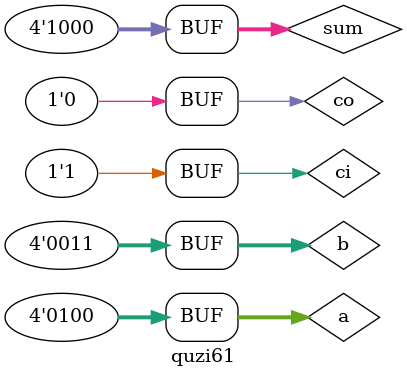
<source format=v>

module quzi61;
reg signed [3:0] a, b; // signed 4-bit inputs
reg   ci;               // unsigned 1-bit input
wire signed [3:0] sum; // signed 4-bit output
wire co;                // unsigned 1-bit output
         
assign {co,sum} = a + b + $signed({1'b0,ci}); 

initial
  begin
a  = 4'b0100;
b  = 4'b0011;
ci = 1'b1;
	$monitor("%b",{co,sum});
  end
endmodule

</source>
